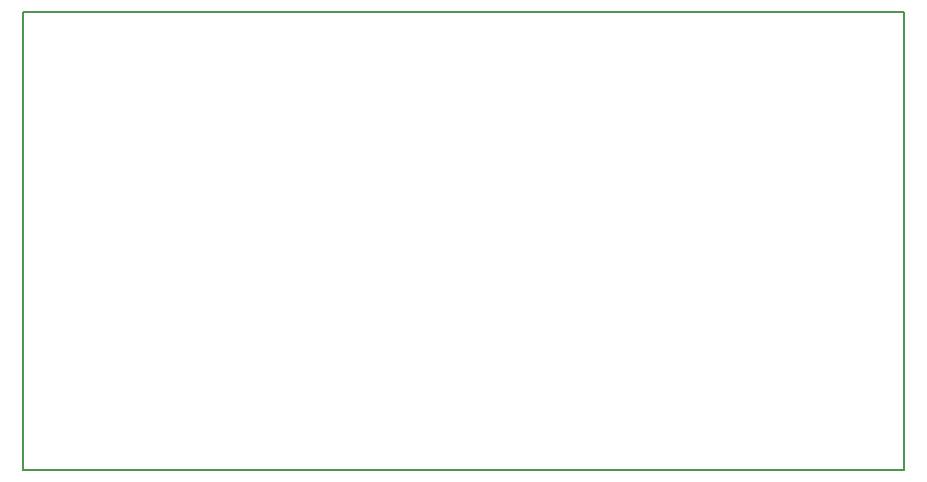
<source format=gbr>
G04 #@! TF.FileFunction,Profile,NP*
%FSLAX46Y46*%
G04 Gerber Fmt 4.6, Leading zero omitted, Abs format (unit mm)*
G04 Created by KiCad (PCBNEW (2015-04-29 BZR 5630)-product) date Mon 29 Jun 2015 10:52:54 BST*
%MOMM*%
G01*
G04 APERTURE LIST*
%ADD10C,0.150000*%
G04 APERTURE END LIST*
D10*
X58877200Y-77063600D02*
X58877200Y-81076800D01*
X133451600Y-77063600D02*
X133451600Y-81076800D01*
X58877200Y-42316400D02*
X59232800Y-42316400D01*
X58877200Y-77063600D02*
X58877200Y-42316400D01*
X133451600Y-81076800D02*
X58877200Y-81076800D01*
X133451600Y-42316400D02*
X133451600Y-77063600D01*
X59232800Y-42316400D02*
X133451600Y-42316400D01*
M02*

</source>
